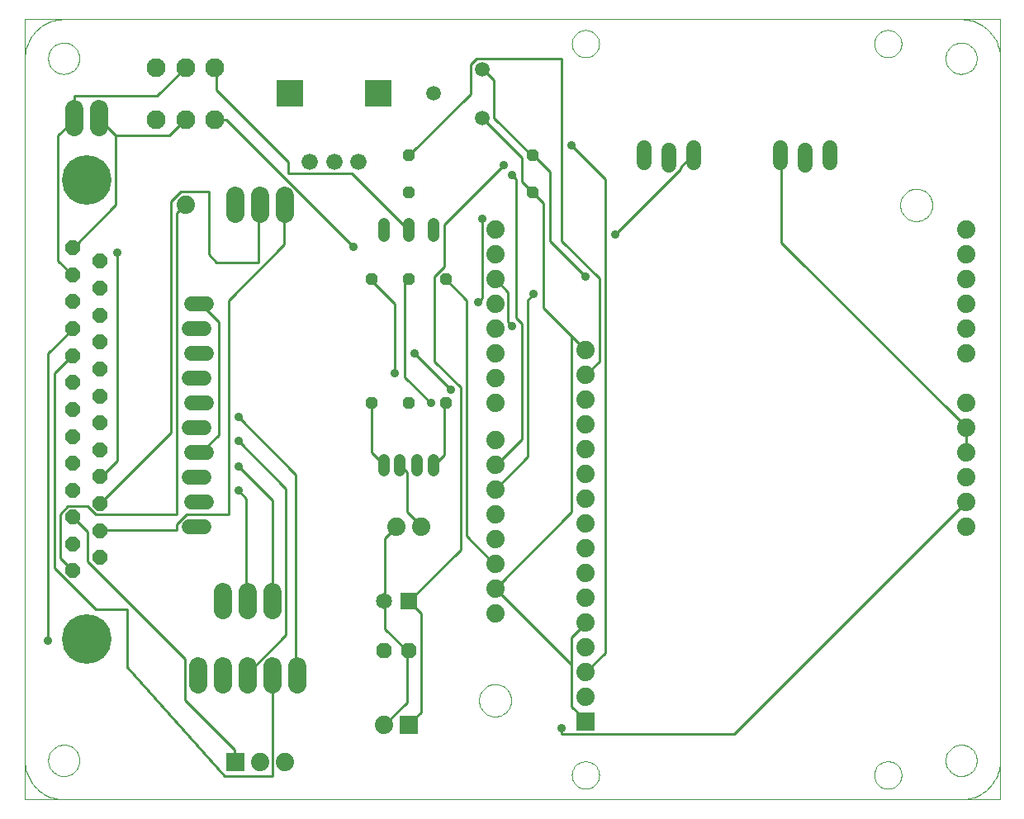
<source format=gtl>
G75*
G70*
%OFA0B0*%
%FSLAX24Y24*%
%IPPOS*%
%LPD*%
%AMOC8*
5,1,8,0,0,1.08239X$1,22.5*
%
%ADD10C,0.0000*%
%ADD11OC8,0.0600*%
%ADD12C,0.2000*%
%ADD13C,0.0600*%
%ADD14C,0.0660*%
%ADD15R,0.1102X0.1102*%
%ADD16R,0.0740X0.0740*%
%ADD17C,0.0740*%
%ADD18C,0.0480*%
%ADD19C,0.0650*%
%ADD20R,0.0650X0.0650*%
%ADD21OC8,0.0630*%
%ADD22OC8,0.0480*%
%ADD23C,0.0450*%
%ADD24C,0.0740*%
%ADD25C,0.0591*%
%ADD26C,0.0768*%
%ADD27C,0.0100*%
%ADD28C,0.0360*%
D10*
X038833Y004752D02*
X038833Y036248D01*
X078203Y036248D01*
X078203Y004752D01*
X038833Y004752D01*
X040423Y004754D02*
X076644Y004754D01*
X040423Y004754D01*
X076644Y004754D01*
X076014Y006329D02*
X076016Y006379D01*
X076022Y006429D01*
X076032Y006478D01*
X076046Y006526D01*
X076063Y006573D01*
X076084Y006618D01*
X076109Y006662D01*
X076137Y006703D01*
X076169Y006742D01*
X076203Y006779D01*
X076240Y006813D01*
X076280Y006843D01*
X076322Y006870D01*
X076366Y006894D01*
X076412Y006915D01*
X076459Y006931D01*
X076507Y006944D01*
X076557Y006953D01*
X076606Y006958D01*
X076657Y006959D01*
X076707Y006956D01*
X076756Y006949D01*
X076805Y006938D01*
X076853Y006923D01*
X076899Y006905D01*
X076944Y006883D01*
X076987Y006857D01*
X077028Y006828D01*
X077067Y006796D01*
X077103Y006761D01*
X077135Y006723D01*
X077165Y006683D01*
X077192Y006640D01*
X077215Y006596D01*
X077234Y006550D01*
X077250Y006502D01*
X077262Y006453D01*
X077270Y006404D01*
X077274Y006354D01*
X077274Y006304D01*
X077270Y006254D01*
X077262Y006205D01*
X077250Y006156D01*
X077234Y006108D01*
X077215Y006062D01*
X077192Y006018D01*
X077165Y005975D01*
X077135Y005935D01*
X077103Y005897D01*
X077067Y005862D01*
X077028Y005830D01*
X076987Y005801D01*
X076944Y005775D01*
X076899Y005753D01*
X076853Y005735D01*
X076805Y005720D01*
X076756Y005709D01*
X076707Y005702D01*
X076657Y005699D01*
X076606Y005700D01*
X076557Y005705D01*
X076507Y005714D01*
X076459Y005727D01*
X076412Y005743D01*
X076366Y005764D01*
X076322Y005788D01*
X076280Y005815D01*
X076240Y005845D01*
X076203Y005879D01*
X076169Y005916D01*
X076137Y005955D01*
X076109Y005996D01*
X076084Y006040D01*
X076063Y006085D01*
X076046Y006132D01*
X076032Y006180D01*
X076022Y006229D01*
X076016Y006279D01*
X076014Y006329D01*
X076644Y004754D02*
X076721Y004756D01*
X076798Y004762D01*
X076875Y004771D01*
X076951Y004784D01*
X077027Y004801D01*
X077101Y004822D01*
X077175Y004846D01*
X077247Y004874D01*
X077317Y004905D01*
X077386Y004940D01*
X077454Y004978D01*
X077519Y005019D01*
X077582Y005064D01*
X077643Y005112D01*
X077702Y005162D01*
X077758Y005215D01*
X077811Y005271D01*
X077861Y005330D01*
X077909Y005391D01*
X077954Y005454D01*
X077995Y005519D01*
X078033Y005587D01*
X078068Y005656D01*
X078099Y005726D01*
X078127Y005798D01*
X078151Y005872D01*
X078172Y005946D01*
X078189Y006022D01*
X078202Y006098D01*
X078211Y006175D01*
X078217Y006252D01*
X078219Y006329D01*
X078218Y006329D02*
X078218Y034676D01*
X078218Y006329D01*
X078218Y034676D01*
X076014Y034676D02*
X076016Y034726D01*
X076022Y034776D01*
X076032Y034825D01*
X076046Y034873D01*
X076063Y034920D01*
X076084Y034965D01*
X076109Y035009D01*
X076137Y035050D01*
X076169Y035089D01*
X076203Y035126D01*
X076240Y035160D01*
X076280Y035190D01*
X076322Y035217D01*
X076366Y035241D01*
X076412Y035262D01*
X076459Y035278D01*
X076507Y035291D01*
X076557Y035300D01*
X076606Y035305D01*
X076657Y035306D01*
X076707Y035303D01*
X076756Y035296D01*
X076805Y035285D01*
X076853Y035270D01*
X076899Y035252D01*
X076944Y035230D01*
X076987Y035204D01*
X077028Y035175D01*
X077067Y035143D01*
X077103Y035108D01*
X077135Y035070D01*
X077165Y035030D01*
X077192Y034987D01*
X077215Y034943D01*
X077234Y034897D01*
X077250Y034849D01*
X077262Y034800D01*
X077270Y034751D01*
X077274Y034701D01*
X077274Y034651D01*
X077270Y034601D01*
X077262Y034552D01*
X077250Y034503D01*
X077234Y034455D01*
X077215Y034409D01*
X077192Y034365D01*
X077165Y034322D01*
X077135Y034282D01*
X077103Y034244D01*
X077067Y034209D01*
X077028Y034177D01*
X076987Y034148D01*
X076944Y034122D01*
X076899Y034100D01*
X076853Y034082D01*
X076805Y034067D01*
X076756Y034056D01*
X076707Y034049D01*
X076657Y034046D01*
X076606Y034047D01*
X076557Y034052D01*
X076507Y034061D01*
X076459Y034074D01*
X076412Y034090D01*
X076366Y034111D01*
X076322Y034135D01*
X076280Y034162D01*
X076240Y034192D01*
X076203Y034226D01*
X076169Y034263D01*
X076137Y034302D01*
X076109Y034343D01*
X076084Y034387D01*
X076063Y034432D01*
X076046Y034479D01*
X076032Y034527D01*
X076022Y034576D01*
X076016Y034626D01*
X076014Y034676D01*
X076644Y036251D02*
X076721Y036249D01*
X076798Y036243D01*
X076875Y036234D01*
X076951Y036221D01*
X077027Y036204D01*
X077101Y036183D01*
X077175Y036159D01*
X077247Y036131D01*
X077317Y036100D01*
X077386Y036065D01*
X077454Y036027D01*
X077519Y035986D01*
X077582Y035941D01*
X077643Y035893D01*
X077702Y035843D01*
X077758Y035790D01*
X077811Y035734D01*
X077861Y035675D01*
X077909Y035614D01*
X077954Y035551D01*
X077995Y035486D01*
X078033Y035418D01*
X078068Y035349D01*
X078099Y035279D01*
X078127Y035207D01*
X078151Y035133D01*
X078172Y035059D01*
X078189Y034983D01*
X078202Y034907D01*
X078211Y034830D01*
X078217Y034753D01*
X078219Y034676D01*
X076014Y034676D02*
X076016Y034726D01*
X076022Y034776D01*
X076032Y034825D01*
X076046Y034873D01*
X076063Y034920D01*
X076084Y034965D01*
X076109Y035009D01*
X076137Y035050D01*
X076169Y035089D01*
X076203Y035126D01*
X076240Y035160D01*
X076280Y035190D01*
X076322Y035217D01*
X076366Y035241D01*
X076412Y035262D01*
X076459Y035278D01*
X076507Y035291D01*
X076557Y035300D01*
X076606Y035305D01*
X076657Y035306D01*
X076707Y035303D01*
X076756Y035296D01*
X076805Y035285D01*
X076853Y035270D01*
X076899Y035252D01*
X076944Y035230D01*
X076987Y035204D01*
X077028Y035175D01*
X077067Y035143D01*
X077103Y035108D01*
X077135Y035070D01*
X077165Y035030D01*
X077192Y034987D01*
X077215Y034943D01*
X077234Y034897D01*
X077250Y034849D01*
X077262Y034800D01*
X077270Y034751D01*
X077274Y034701D01*
X077274Y034651D01*
X077270Y034601D01*
X077262Y034552D01*
X077250Y034503D01*
X077234Y034455D01*
X077215Y034409D01*
X077192Y034365D01*
X077165Y034322D01*
X077135Y034282D01*
X077103Y034244D01*
X077067Y034209D01*
X077028Y034177D01*
X076987Y034148D01*
X076944Y034122D01*
X076899Y034100D01*
X076853Y034082D01*
X076805Y034067D01*
X076756Y034056D01*
X076707Y034049D01*
X076657Y034046D01*
X076606Y034047D01*
X076557Y034052D01*
X076507Y034061D01*
X076459Y034074D01*
X076412Y034090D01*
X076366Y034111D01*
X076322Y034135D01*
X076280Y034162D01*
X076240Y034192D01*
X076203Y034226D01*
X076169Y034263D01*
X076137Y034302D01*
X076109Y034343D01*
X076084Y034387D01*
X076063Y034432D01*
X076046Y034479D01*
X076032Y034527D01*
X076022Y034576D01*
X076016Y034626D01*
X076014Y034676D01*
X076644Y036251D02*
X076721Y036249D01*
X076798Y036243D01*
X076875Y036234D01*
X076951Y036221D01*
X077027Y036204D01*
X077101Y036183D01*
X077175Y036159D01*
X077247Y036131D01*
X077317Y036100D01*
X077386Y036065D01*
X077454Y036027D01*
X077519Y035986D01*
X077582Y035941D01*
X077643Y035893D01*
X077702Y035843D01*
X077758Y035790D01*
X077811Y035734D01*
X077861Y035675D01*
X077909Y035614D01*
X077954Y035551D01*
X077995Y035486D01*
X078033Y035418D01*
X078068Y035349D01*
X078099Y035279D01*
X078127Y035207D01*
X078151Y035133D01*
X078172Y035059D01*
X078189Y034983D01*
X078202Y034907D01*
X078211Y034830D01*
X078217Y034753D01*
X078219Y034676D01*
X076014Y034676D02*
X076016Y034726D01*
X076022Y034776D01*
X076032Y034825D01*
X076046Y034873D01*
X076063Y034920D01*
X076084Y034965D01*
X076109Y035009D01*
X076137Y035050D01*
X076169Y035089D01*
X076203Y035126D01*
X076240Y035160D01*
X076280Y035190D01*
X076322Y035217D01*
X076366Y035241D01*
X076412Y035262D01*
X076459Y035278D01*
X076507Y035291D01*
X076557Y035300D01*
X076606Y035305D01*
X076657Y035306D01*
X076707Y035303D01*
X076756Y035296D01*
X076805Y035285D01*
X076853Y035270D01*
X076899Y035252D01*
X076944Y035230D01*
X076987Y035204D01*
X077028Y035175D01*
X077067Y035143D01*
X077103Y035108D01*
X077135Y035070D01*
X077165Y035030D01*
X077192Y034987D01*
X077215Y034943D01*
X077234Y034897D01*
X077250Y034849D01*
X077262Y034800D01*
X077270Y034751D01*
X077274Y034701D01*
X077274Y034651D01*
X077270Y034601D01*
X077262Y034552D01*
X077250Y034503D01*
X077234Y034455D01*
X077215Y034409D01*
X077192Y034365D01*
X077165Y034322D01*
X077135Y034282D01*
X077103Y034244D01*
X077067Y034209D01*
X077028Y034177D01*
X076987Y034148D01*
X076944Y034122D01*
X076899Y034100D01*
X076853Y034082D01*
X076805Y034067D01*
X076756Y034056D01*
X076707Y034049D01*
X076657Y034046D01*
X076606Y034047D01*
X076557Y034052D01*
X076507Y034061D01*
X076459Y034074D01*
X076412Y034090D01*
X076366Y034111D01*
X076322Y034135D01*
X076280Y034162D01*
X076240Y034192D01*
X076203Y034226D01*
X076169Y034263D01*
X076137Y034302D01*
X076109Y034343D01*
X076084Y034387D01*
X076063Y034432D01*
X076046Y034479D01*
X076032Y034527D01*
X076022Y034576D01*
X076016Y034626D01*
X076014Y034676D01*
X076644Y036251D02*
X076721Y036249D01*
X076798Y036243D01*
X076875Y036234D01*
X076951Y036221D01*
X077027Y036204D01*
X077101Y036183D01*
X077175Y036159D01*
X077247Y036131D01*
X077317Y036100D01*
X077386Y036065D01*
X077454Y036027D01*
X077519Y035986D01*
X077582Y035941D01*
X077643Y035893D01*
X077702Y035843D01*
X077758Y035790D01*
X077811Y035734D01*
X077861Y035675D01*
X077909Y035614D01*
X077954Y035551D01*
X077995Y035486D01*
X078033Y035418D01*
X078068Y035349D01*
X078099Y035279D01*
X078127Y035207D01*
X078151Y035133D01*
X078172Y035059D01*
X078189Y034983D01*
X078202Y034907D01*
X078211Y034830D01*
X078217Y034753D01*
X078219Y034676D01*
X076644Y036250D02*
X040423Y036250D01*
X076644Y036250D01*
X040423Y036250D01*
X039793Y034676D02*
X039795Y034726D01*
X039801Y034776D01*
X039811Y034825D01*
X039825Y034873D01*
X039842Y034920D01*
X039863Y034965D01*
X039888Y035009D01*
X039916Y035050D01*
X039948Y035089D01*
X039982Y035126D01*
X040019Y035160D01*
X040059Y035190D01*
X040101Y035217D01*
X040145Y035241D01*
X040191Y035262D01*
X040238Y035278D01*
X040286Y035291D01*
X040336Y035300D01*
X040385Y035305D01*
X040436Y035306D01*
X040486Y035303D01*
X040535Y035296D01*
X040584Y035285D01*
X040632Y035270D01*
X040678Y035252D01*
X040723Y035230D01*
X040766Y035204D01*
X040807Y035175D01*
X040846Y035143D01*
X040882Y035108D01*
X040914Y035070D01*
X040944Y035030D01*
X040971Y034987D01*
X040994Y034943D01*
X041013Y034897D01*
X041029Y034849D01*
X041041Y034800D01*
X041049Y034751D01*
X041053Y034701D01*
X041053Y034651D01*
X041049Y034601D01*
X041041Y034552D01*
X041029Y034503D01*
X041013Y034455D01*
X040994Y034409D01*
X040971Y034365D01*
X040944Y034322D01*
X040914Y034282D01*
X040882Y034244D01*
X040846Y034209D01*
X040807Y034177D01*
X040766Y034148D01*
X040723Y034122D01*
X040678Y034100D01*
X040632Y034082D01*
X040584Y034067D01*
X040535Y034056D01*
X040486Y034049D01*
X040436Y034046D01*
X040385Y034047D01*
X040336Y034052D01*
X040286Y034061D01*
X040238Y034074D01*
X040191Y034090D01*
X040145Y034111D01*
X040101Y034135D01*
X040059Y034162D01*
X040019Y034192D01*
X039982Y034226D01*
X039948Y034263D01*
X039916Y034302D01*
X039888Y034343D01*
X039863Y034387D01*
X039842Y034432D01*
X039825Y034479D01*
X039811Y034527D01*
X039801Y034576D01*
X039795Y034626D01*
X039793Y034676D01*
X038848Y034676D02*
X038850Y034753D01*
X038856Y034830D01*
X038865Y034907D01*
X038878Y034983D01*
X038895Y035059D01*
X038916Y035133D01*
X038940Y035207D01*
X038968Y035279D01*
X038999Y035349D01*
X039034Y035418D01*
X039072Y035486D01*
X039113Y035551D01*
X039158Y035614D01*
X039206Y035675D01*
X039256Y035734D01*
X039309Y035790D01*
X039365Y035843D01*
X039424Y035893D01*
X039485Y035941D01*
X039548Y035986D01*
X039613Y036027D01*
X039681Y036065D01*
X039750Y036100D01*
X039820Y036131D01*
X039892Y036159D01*
X039966Y036183D01*
X040040Y036204D01*
X040116Y036221D01*
X040192Y036234D01*
X040269Y036243D01*
X040346Y036249D01*
X040423Y036251D01*
X039793Y034676D02*
X039795Y034726D01*
X039801Y034776D01*
X039811Y034825D01*
X039825Y034873D01*
X039842Y034920D01*
X039863Y034965D01*
X039888Y035009D01*
X039916Y035050D01*
X039948Y035089D01*
X039982Y035126D01*
X040019Y035160D01*
X040059Y035190D01*
X040101Y035217D01*
X040145Y035241D01*
X040191Y035262D01*
X040238Y035278D01*
X040286Y035291D01*
X040336Y035300D01*
X040385Y035305D01*
X040436Y035306D01*
X040486Y035303D01*
X040535Y035296D01*
X040584Y035285D01*
X040632Y035270D01*
X040678Y035252D01*
X040723Y035230D01*
X040766Y035204D01*
X040807Y035175D01*
X040846Y035143D01*
X040882Y035108D01*
X040914Y035070D01*
X040944Y035030D01*
X040971Y034987D01*
X040994Y034943D01*
X041013Y034897D01*
X041029Y034849D01*
X041041Y034800D01*
X041049Y034751D01*
X041053Y034701D01*
X041053Y034651D01*
X041049Y034601D01*
X041041Y034552D01*
X041029Y034503D01*
X041013Y034455D01*
X040994Y034409D01*
X040971Y034365D01*
X040944Y034322D01*
X040914Y034282D01*
X040882Y034244D01*
X040846Y034209D01*
X040807Y034177D01*
X040766Y034148D01*
X040723Y034122D01*
X040678Y034100D01*
X040632Y034082D01*
X040584Y034067D01*
X040535Y034056D01*
X040486Y034049D01*
X040436Y034046D01*
X040385Y034047D01*
X040336Y034052D01*
X040286Y034061D01*
X040238Y034074D01*
X040191Y034090D01*
X040145Y034111D01*
X040101Y034135D01*
X040059Y034162D01*
X040019Y034192D01*
X039982Y034226D01*
X039948Y034263D01*
X039916Y034302D01*
X039888Y034343D01*
X039863Y034387D01*
X039842Y034432D01*
X039825Y034479D01*
X039811Y034527D01*
X039801Y034576D01*
X039795Y034626D01*
X039793Y034676D01*
X038848Y034676D02*
X038850Y034753D01*
X038856Y034830D01*
X038865Y034907D01*
X038878Y034983D01*
X038895Y035059D01*
X038916Y035133D01*
X038940Y035207D01*
X038968Y035279D01*
X038999Y035349D01*
X039034Y035418D01*
X039072Y035486D01*
X039113Y035551D01*
X039158Y035614D01*
X039206Y035675D01*
X039256Y035734D01*
X039309Y035790D01*
X039365Y035843D01*
X039424Y035893D01*
X039485Y035941D01*
X039548Y035986D01*
X039613Y036027D01*
X039681Y036065D01*
X039750Y036100D01*
X039820Y036131D01*
X039892Y036159D01*
X039966Y036183D01*
X040040Y036204D01*
X040116Y036221D01*
X040192Y036234D01*
X040269Y036243D01*
X040346Y036249D01*
X040423Y036251D01*
X039793Y034676D02*
X039795Y034726D01*
X039801Y034776D01*
X039811Y034825D01*
X039825Y034873D01*
X039842Y034920D01*
X039863Y034965D01*
X039888Y035009D01*
X039916Y035050D01*
X039948Y035089D01*
X039982Y035126D01*
X040019Y035160D01*
X040059Y035190D01*
X040101Y035217D01*
X040145Y035241D01*
X040191Y035262D01*
X040238Y035278D01*
X040286Y035291D01*
X040336Y035300D01*
X040385Y035305D01*
X040436Y035306D01*
X040486Y035303D01*
X040535Y035296D01*
X040584Y035285D01*
X040632Y035270D01*
X040678Y035252D01*
X040723Y035230D01*
X040766Y035204D01*
X040807Y035175D01*
X040846Y035143D01*
X040882Y035108D01*
X040914Y035070D01*
X040944Y035030D01*
X040971Y034987D01*
X040994Y034943D01*
X041013Y034897D01*
X041029Y034849D01*
X041041Y034800D01*
X041049Y034751D01*
X041053Y034701D01*
X041053Y034651D01*
X041049Y034601D01*
X041041Y034552D01*
X041029Y034503D01*
X041013Y034455D01*
X040994Y034409D01*
X040971Y034365D01*
X040944Y034322D01*
X040914Y034282D01*
X040882Y034244D01*
X040846Y034209D01*
X040807Y034177D01*
X040766Y034148D01*
X040723Y034122D01*
X040678Y034100D01*
X040632Y034082D01*
X040584Y034067D01*
X040535Y034056D01*
X040486Y034049D01*
X040436Y034046D01*
X040385Y034047D01*
X040336Y034052D01*
X040286Y034061D01*
X040238Y034074D01*
X040191Y034090D01*
X040145Y034111D01*
X040101Y034135D01*
X040059Y034162D01*
X040019Y034192D01*
X039982Y034226D01*
X039948Y034263D01*
X039916Y034302D01*
X039888Y034343D01*
X039863Y034387D01*
X039842Y034432D01*
X039825Y034479D01*
X039811Y034527D01*
X039801Y034576D01*
X039795Y034626D01*
X039793Y034676D01*
X038848Y034676D02*
X038850Y034753D01*
X038856Y034830D01*
X038865Y034907D01*
X038878Y034983D01*
X038895Y035059D01*
X038916Y035133D01*
X038940Y035207D01*
X038968Y035279D01*
X038999Y035349D01*
X039034Y035418D01*
X039072Y035486D01*
X039113Y035551D01*
X039158Y035614D01*
X039206Y035675D01*
X039256Y035734D01*
X039309Y035790D01*
X039365Y035843D01*
X039424Y035893D01*
X039485Y035941D01*
X039548Y035986D01*
X039613Y036027D01*
X039681Y036065D01*
X039750Y036100D01*
X039820Y036131D01*
X039892Y036159D01*
X039966Y036183D01*
X040040Y036204D01*
X040116Y036221D01*
X040192Y036234D01*
X040269Y036243D01*
X040346Y036249D01*
X040423Y036251D01*
X038848Y034676D02*
X038848Y006329D01*
X038848Y034676D01*
X038848Y006329D01*
X039793Y006329D02*
X039795Y006379D01*
X039801Y006429D01*
X039811Y006478D01*
X039825Y006526D01*
X039842Y006573D01*
X039863Y006618D01*
X039888Y006662D01*
X039916Y006703D01*
X039948Y006742D01*
X039982Y006779D01*
X040019Y006813D01*
X040059Y006843D01*
X040101Y006870D01*
X040145Y006894D01*
X040191Y006915D01*
X040238Y006931D01*
X040286Y006944D01*
X040336Y006953D01*
X040385Y006958D01*
X040436Y006959D01*
X040486Y006956D01*
X040535Y006949D01*
X040584Y006938D01*
X040632Y006923D01*
X040678Y006905D01*
X040723Y006883D01*
X040766Y006857D01*
X040807Y006828D01*
X040846Y006796D01*
X040882Y006761D01*
X040914Y006723D01*
X040944Y006683D01*
X040971Y006640D01*
X040994Y006596D01*
X041013Y006550D01*
X041029Y006502D01*
X041041Y006453D01*
X041049Y006404D01*
X041053Y006354D01*
X041053Y006304D01*
X041049Y006254D01*
X041041Y006205D01*
X041029Y006156D01*
X041013Y006108D01*
X040994Y006062D01*
X040971Y006018D01*
X040944Y005975D01*
X040914Y005935D01*
X040882Y005897D01*
X040846Y005862D01*
X040807Y005830D01*
X040766Y005801D01*
X040723Y005775D01*
X040678Y005753D01*
X040632Y005735D01*
X040584Y005720D01*
X040535Y005709D01*
X040486Y005702D01*
X040436Y005699D01*
X040385Y005700D01*
X040336Y005705D01*
X040286Y005714D01*
X040238Y005727D01*
X040191Y005743D01*
X040145Y005764D01*
X040101Y005788D01*
X040059Y005815D01*
X040019Y005845D01*
X039982Y005879D01*
X039948Y005916D01*
X039916Y005955D01*
X039888Y005996D01*
X039863Y006040D01*
X039842Y006085D01*
X039825Y006132D01*
X039811Y006180D01*
X039801Y006229D01*
X039795Y006279D01*
X039793Y006329D01*
X038848Y006329D02*
X038850Y006252D01*
X038856Y006175D01*
X038865Y006098D01*
X038878Y006022D01*
X038895Y005946D01*
X038916Y005872D01*
X038940Y005798D01*
X038968Y005726D01*
X038999Y005656D01*
X039034Y005587D01*
X039072Y005519D01*
X039113Y005454D01*
X039158Y005391D01*
X039206Y005330D01*
X039256Y005271D01*
X039309Y005215D01*
X039365Y005162D01*
X039424Y005112D01*
X039485Y005064D01*
X039548Y005019D01*
X039613Y004978D01*
X039681Y004940D01*
X039750Y004905D01*
X039820Y004874D01*
X039892Y004846D01*
X039966Y004822D01*
X040040Y004801D01*
X040116Y004784D01*
X040192Y004771D01*
X040269Y004762D01*
X040346Y004756D01*
X040423Y004754D01*
X039793Y006329D02*
X039795Y006379D01*
X039801Y006429D01*
X039811Y006478D01*
X039825Y006526D01*
X039842Y006573D01*
X039863Y006618D01*
X039888Y006662D01*
X039916Y006703D01*
X039948Y006742D01*
X039982Y006779D01*
X040019Y006813D01*
X040059Y006843D01*
X040101Y006870D01*
X040145Y006894D01*
X040191Y006915D01*
X040238Y006931D01*
X040286Y006944D01*
X040336Y006953D01*
X040385Y006958D01*
X040436Y006959D01*
X040486Y006956D01*
X040535Y006949D01*
X040584Y006938D01*
X040632Y006923D01*
X040678Y006905D01*
X040723Y006883D01*
X040766Y006857D01*
X040807Y006828D01*
X040846Y006796D01*
X040882Y006761D01*
X040914Y006723D01*
X040944Y006683D01*
X040971Y006640D01*
X040994Y006596D01*
X041013Y006550D01*
X041029Y006502D01*
X041041Y006453D01*
X041049Y006404D01*
X041053Y006354D01*
X041053Y006304D01*
X041049Y006254D01*
X041041Y006205D01*
X041029Y006156D01*
X041013Y006108D01*
X040994Y006062D01*
X040971Y006018D01*
X040944Y005975D01*
X040914Y005935D01*
X040882Y005897D01*
X040846Y005862D01*
X040807Y005830D01*
X040766Y005801D01*
X040723Y005775D01*
X040678Y005753D01*
X040632Y005735D01*
X040584Y005720D01*
X040535Y005709D01*
X040486Y005702D01*
X040436Y005699D01*
X040385Y005700D01*
X040336Y005705D01*
X040286Y005714D01*
X040238Y005727D01*
X040191Y005743D01*
X040145Y005764D01*
X040101Y005788D01*
X040059Y005815D01*
X040019Y005845D01*
X039982Y005879D01*
X039948Y005916D01*
X039916Y005955D01*
X039888Y005996D01*
X039863Y006040D01*
X039842Y006085D01*
X039825Y006132D01*
X039811Y006180D01*
X039801Y006229D01*
X039795Y006279D01*
X039793Y006329D01*
X038848Y006329D02*
X038850Y006252D01*
X038856Y006175D01*
X038865Y006098D01*
X038878Y006022D01*
X038895Y005946D01*
X038916Y005872D01*
X038940Y005798D01*
X038968Y005726D01*
X038999Y005656D01*
X039034Y005587D01*
X039072Y005519D01*
X039113Y005454D01*
X039158Y005391D01*
X039206Y005330D01*
X039256Y005271D01*
X039309Y005215D01*
X039365Y005162D01*
X039424Y005112D01*
X039485Y005064D01*
X039548Y005019D01*
X039613Y004978D01*
X039681Y004940D01*
X039750Y004905D01*
X039820Y004874D01*
X039892Y004846D01*
X039966Y004822D01*
X040040Y004801D01*
X040116Y004784D01*
X040192Y004771D01*
X040269Y004762D01*
X040346Y004756D01*
X040423Y004754D01*
X039793Y006329D02*
X039795Y006379D01*
X039801Y006429D01*
X039811Y006478D01*
X039825Y006526D01*
X039842Y006573D01*
X039863Y006618D01*
X039888Y006662D01*
X039916Y006703D01*
X039948Y006742D01*
X039982Y006779D01*
X040019Y006813D01*
X040059Y006843D01*
X040101Y006870D01*
X040145Y006894D01*
X040191Y006915D01*
X040238Y006931D01*
X040286Y006944D01*
X040336Y006953D01*
X040385Y006958D01*
X040436Y006959D01*
X040486Y006956D01*
X040535Y006949D01*
X040584Y006938D01*
X040632Y006923D01*
X040678Y006905D01*
X040723Y006883D01*
X040766Y006857D01*
X040807Y006828D01*
X040846Y006796D01*
X040882Y006761D01*
X040914Y006723D01*
X040944Y006683D01*
X040971Y006640D01*
X040994Y006596D01*
X041013Y006550D01*
X041029Y006502D01*
X041041Y006453D01*
X041049Y006404D01*
X041053Y006354D01*
X041053Y006304D01*
X041049Y006254D01*
X041041Y006205D01*
X041029Y006156D01*
X041013Y006108D01*
X040994Y006062D01*
X040971Y006018D01*
X040944Y005975D01*
X040914Y005935D01*
X040882Y005897D01*
X040846Y005862D01*
X040807Y005830D01*
X040766Y005801D01*
X040723Y005775D01*
X040678Y005753D01*
X040632Y005735D01*
X040584Y005720D01*
X040535Y005709D01*
X040486Y005702D01*
X040436Y005699D01*
X040385Y005700D01*
X040336Y005705D01*
X040286Y005714D01*
X040238Y005727D01*
X040191Y005743D01*
X040145Y005764D01*
X040101Y005788D01*
X040059Y005815D01*
X040019Y005845D01*
X039982Y005879D01*
X039948Y005916D01*
X039916Y005955D01*
X039888Y005996D01*
X039863Y006040D01*
X039842Y006085D01*
X039825Y006132D01*
X039811Y006180D01*
X039801Y006229D01*
X039795Y006279D01*
X039793Y006329D01*
X038848Y006329D02*
X038850Y006252D01*
X038856Y006175D01*
X038865Y006098D01*
X038878Y006022D01*
X038895Y005946D01*
X038916Y005872D01*
X038940Y005798D01*
X038968Y005726D01*
X038999Y005656D01*
X039034Y005587D01*
X039072Y005519D01*
X039113Y005454D01*
X039158Y005391D01*
X039206Y005330D01*
X039256Y005271D01*
X039309Y005215D01*
X039365Y005162D01*
X039424Y005112D01*
X039485Y005064D01*
X039548Y005019D01*
X039613Y004978D01*
X039681Y004940D01*
X039750Y004905D01*
X039820Y004874D01*
X039892Y004846D01*
X039966Y004822D01*
X040040Y004801D01*
X040116Y004784D01*
X040192Y004771D01*
X040269Y004762D01*
X040346Y004756D01*
X040423Y004754D01*
X057183Y008752D02*
X057185Y008802D01*
X057191Y008852D01*
X057201Y008902D01*
X057214Y008950D01*
X057231Y008998D01*
X057252Y009044D01*
X057276Y009088D01*
X057304Y009130D01*
X057335Y009170D01*
X057369Y009207D01*
X057406Y009242D01*
X057445Y009273D01*
X057486Y009302D01*
X057530Y009327D01*
X057576Y009349D01*
X057623Y009367D01*
X057671Y009381D01*
X057720Y009392D01*
X057770Y009399D01*
X057820Y009402D01*
X057871Y009401D01*
X057921Y009396D01*
X057971Y009387D01*
X058019Y009375D01*
X058067Y009358D01*
X058113Y009338D01*
X058158Y009315D01*
X058201Y009288D01*
X058241Y009258D01*
X058279Y009225D01*
X058314Y009189D01*
X058347Y009150D01*
X058376Y009109D01*
X058402Y009066D01*
X058425Y009021D01*
X058444Y008974D01*
X058459Y008926D01*
X058471Y008877D01*
X058479Y008827D01*
X058483Y008777D01*
X058483Y008727D01*
X058479Y008677D01*
X058471Y008627D01*
X058459Y008578D01*
X058444Y008530D01*
X058425Y008483D01*
X058402Y008438D01*
X058376Y008395D01*
X058347Y008354D01*
X058314Y008315D01*
X058279Y008279D01*
X058241Y008246D01*
X058201Y008216D01*
X058158Y008189D01*
X058113Y008166D01*
X058067Y008146D01*
X058019Y008129D01*
X057971Y008117D01*
X057921Y008108D01*
X057871Y008103D01*
X057820Y008102D01*
X057770Y008105D01*
X057720Y008112D01*
X057671Y008123D01*
X057623Y008137D01*
X057576Y008155D01*
X057530Y008177D01*
X057486Y008202D01*
X057445Y008231D01*
X057406Y008262D01*
X057369Y008297D01*
X057335Y008334D01*
X057304Y008374D01*
X057276Y008416D01*
X057252Y008460D01*
X057231Y008506D01*
X057214Y008554D01*
X057201Y008602D01*
X057191Y008652D01*
X057185Y008702D01*
X057183Y008752D01*
X060930Y005739D02*
X060932Y005786D01*
X060938Y005832D01*
X060948Y005878D01*
X060961Y005923D01*
X060979Y005966D01*
X061000Y006008D01*
X061024Y006048D01*
X061052Y006085D01*
X061083Y006120D01*
X061117Y006153D01*
X061153Y006182D01*
X061192Y006208D01*
X061233Y006231D01*
X061276Y006250D01*
X061320Y006266D01*
X061365Y006278D01*
X061411Y006286D01*
X061458Y006290D01*
X061504Y006290D01*
X061551Y006286D01*
X061597Y006278D01*
X061642Y006266D01*
X061686Y006250D01*
X061729Y006231D01*
X061770Y006208D01*
X061809Y006182D01*
X061845Y006153D01*
X061879Y006120D01*
X061910Y006085D01*
X061938Y006048D01*
X061962Y006008D01*
X061983Y005966D01*
X062001Y005923D01*
X062014Y005878D01*
X062024Y005832D01*
X062030Y005786D01*
X062032Y005739D01*
X062030Y005692D01*
X062024Y005646D01*
X062014Y005600D01*
X062001Y005555D01*
X061983Y005512D01*
X061962Y005470D01*
X061938Y005430D01*
X061910Y005393D01*
X061879Y005358D01*
X061845Y005325D01*
X061809Y005296D01*
X061770Y005270D01*
X061729Y005247D01*
X061686Y005228D01*
X061642Y005212D01*
X061597Y005200D01*
X061551Y005192D01*
X061504Y005188D01*
X061458Y005188D01*
X061411Y005192D01*
X061365Y005200D01*
X061320Y005212D01*
X061276Y005228D01*
X061233Y005247D01*
X061192Y005270D01*
X061153Y005296D01*
X061117Y005325D01*
X061083Y005358D01*
X061052Y005393D01*
X061024Y005430D01*
X061000Y005470D01*
X060979Y005512D01*
X060961Y005555D01*
X060948Y005600D01*
X060938Y005646D01*
X060932Y005692D01*
X060930Y005739D01*
X073135Y005739D02*
X073137Y005786D01*
X073143Y005832D01*
X073153Y005878D01*
X073166Y005923D01*
X073184Y005966D01*
X073205Y006008D01*
X073229Y006048D01*
X073257Y006085D01*
X073288Y006120D01*
X073322Y006153D01*
X073358Y006182D01*
X073397Y006208D01*
X073438Y006231D01*
X073481Y006250D01*
X073525Y006266D01*
X073570Y006278D01*
X073616Y006286D01*
X073663Y006290D01*
X073709Y006290D01*
X073756Y006286D01*
X073802Y006278D01*
X073847Y006266D01*
X073891Y006250D01*
X073934Y006231D01*
X073975Y006208D01*
X074014Y006182D01*
X074050Y006153D01*
X074084Y006120D01*
X074115Y006085D01*
X074143Y006048D01*
X074167Y006008D01*
X074188Y005966D01*
X074206Y005923D01*
X074219Y005878D01*
X074229Y005832D01*
X074235Y005786D01*
X074237Y005739D01*
X074235Y005692D01*
X074229Y005646D01*
X074219Y005600D01*
X074206Y005555D01*
X074188Y005512D01*
X074167Y005470D01*
X074143Y005430D01*
X074115Y005393D01*
X074084Y005358D01*
X074050Y005325D01*
X074014Y005296D01*
X073975Y005270D01*
X073934Y005247D01*
X073891Y005228D01*
X073847Y005212D01*
X073802Y005200D01*
X073756Y005192D01*
X073709Y005188D01*
X073663Y005188D01*
X073616Y005192D01*
X073570Y005200D01*
X073525Y005212D01*
X073481Y005228D01*
X073438Y005247D01*
X073397Y005270D01*
X073358Y005296D01*
X073322Y005325D01*
X073288Y005358D01*
X073257Y005393D01*
X073229Y005430D01*
X073205Y005470D01*
X073184Y005512D01*
X073166Y005555D01*
X073153Y005600D01*
X073143Y005646D01*
X073137Y005692D01*
X073135Y005739D01*
X076014Y006329D02*
X076016Y006379D01*
X076022Y006429D01*
X076032Y006478D01*
X076046Y006526D01*
X076063Y006573D01*
X076084Y006618D01*
X076109Y006662D01*
X076137Y006703D01*
X076169Y006742D01*
X076203Y006779D01*
X076240Y006813D01*
X076280Y006843D01*
X076322Y006870D01*
X076366Y006894D01*
X076412Y006915D01*
X076459Y006931D01*
X076507Y006944D01*
X076557Y006953D01*
X076606Y006958D01*
X076657Y006959D01*
X076707Y006956D01*
X076756Y006949D01*
X076805Y006938D01*
X076853Y006923D01*
X076899Y006905D01*
X076944Y006883D01*
X076987Y006857D01*
X077028Y006828D01*
X077067Y006796D01*
X077103Y006761D01*
X077135Y006723D01*
X077165Y006683D01*
X077192Y006640D01*
X077215Y006596D01*
X077234Y006550D01*
X077250Y006502D01*
X077262Y006453D01*
X077270Y006404D01*
X077274Y006354D01*
X077274Y006304D01*
X077270Y006254D01*
X077262Y006205D01*
X077250Y006156D01*
X077234Y006108D01*
X077215Y006062D01*
X077192Y006018D01*
X077165Y005975D01*
X077135Y005935D01*
X077103Y005897D01*
X077067Y005862D01*
X077028Y005830D01*
X076987Y005801D01*
X076944Y005775D01*
X076899Y005753D01*
X076853Y005735D01*
X076805Y005720D01*
X076756Y005709D01*
X076707Y005702D01*
X076657Y005699D01*
X076606Y005700D01*
X076557Y005705D01*
X076507Y005714D01*
X076459Y005727D01*
X076412Y005743D01*
X076366Y005764D01*
X076322Y005788D01*
X076280Y005815D01*
X076240Y005845D01*
X076203Y005879D01*
X076169Y005916D01*
X076137Y005955D01*
X076109Y005996D01*
X076084Y006040D01*
X076063Y006085D01*
X076046Y006132D01*
X076032Y006180D01*
X076022Y006229D01*
X076016Y006279D01*
X076014Y006329D01*
X076644Y004754D02*
X076721Y004756D01*
X076798Y004762D01*
X076875Y004771D01*
X076951Y004784D01*
X077027Y004801D01*
X077101Y004822D01*
X077175Y004846D01*
X077247Y004874D01*
X077317Y004905D01*
X077386Y004940D01*
X077454Y004978D01*
X077519Y005019D01*
X077582Y005064D01*
X077643Y005112D01*
X077702Y005162D01*
X077758Y005215D01*
X077811Y005271D01*
X077861Y005330D01*
X077909Y005391D01*
X077954Y005454D01*
X077995Y005519D01*
X078033Y005587D01*
X078068Y005656D01*
X078099Y005726D01*
X078127Y005798D01*
X078151Y005872D01*
X078172Y005946D01*
X078189Y006022D01*
X078202Y006098D01*
X078211Y006175D01*
X078217Y006252D01*
X078219Y006329D01*
X076014Y006329D02*
X076016Y006379D01*
X076022Y006429D01*
X076032Y006478D01*
X076046Y006526D01*
X076063Y006573D01*
X076084Y006618D01*
X076109Y006662D01*
X076137Y006703D01*
X076169Y006742D01*
X076203Y006779D01*
X076240Y006813D01*
X076280Y006843D01*
X076322Y006870D01*
X076366Y006894D01*
X076412Y006915D01*
X076459Y006931D01*
X076507Y006944D01*
X076557Y006953D01*
X076606Y006958D01*
X076657Y006959D01*
X076707Y006956D01*
X076756Y006949D01*
X076805Y006938D01*
X076853Y006923D01*
X076899Y006905D01*
X076944Y006883D01*
X076987Y006857D01*
X077028Y006828D01*
X077067Y006796D01*
X077103Y006761D01*
X077135Y006723D01*
X077165Y006683D01*
X077192Y006640D01*
X077215Y006596D01*
X077234Y006550D01*
X077250Y006502D01*
X077262Y006453D01*
X077270Y006404D01*
X077274Y006354D01*
X077274Y006304D01*
X077270Y006254D01*
X077262Y006205D01*
X077250Y006156D01*
X077234Y006108D01*
X077215Y006062D01*
X077192Y006018D01*
X077165Y005975D01*
X077135Y005935D01*
X077103Y005897D01*
X077067Y005862D01*
X077028Y005830D01*
X076987Y005801D01*
X076944Y005775D01*
X076899Y005753D01*
X076853Y005735D01*
X076805Y005720D01*
X076756Y005709D01*
X076707Y005702D01*
X076657Y005699D01*
X076606Y005700D01*
X076557Y005705D01*
X076507Y005714D01*
X076459Y005727D01*
X076412Y005743D01*
X076366Y005764D01*
X076322Y005788D01*
X076280Y005815D01*
X076240Y005845D01*
X076203Y005879D01*
X076169Y005916D01*
X076137Y005955D01*
X076109Y005996D01*
X076084Y006040D01*
X076063Y006085D01*
X076046Y006132D01*
X076032Y006180D01*
X076022Y006229D01*
X076016Y006279D01*
X076014Y006329D01*
X076644Y004754D02*
X076721Y004756D01*
X076798Y004762D01*
X076875Y004771D01*
X076951Y004784D01*
X077027Y004801D01*
X077101Y004822D01*
X077175Y004846D01*
X077247Y004874D01*
X077317Y004905D01*
X077386Y004940D01*
X077454Y004978D01*
X077519Y005019D01*
X077582Y005064D01*
X077643Y005112D01*
X077702Y005162D01*
X077758Y005215D01*
X077811Y005271D01*
X077861Y005330D01*
X077909Y005391D01*
X077954Y005454D01*
X077995Y005519D01*
X078033Y005587D01*
X078068Y005656D01*
X078099Y005726D01*
X078127Y005798D01*
X078151Y005872D01*
X078172Y005946D01*
X078189Y006022D01*
X078202Y006098D01*
X078211Y006175D01*
X078217Y006252D01*
X078219Y006329D01*
X074183Y028752D02*
X074185Y028802D01*
X074191Y028852D01*
X074201Y028902D01*
X074214Y028950D01*
X074231Y028998D01*
X074252Y029044D01*
X074276Y029088D01*
X074304Y029130D01*
X074335Y029170D01*
X074369Y029207D01*
X074406Y029242D01*
X074445Y029273D01*
X074486Y029302D01*
X074530Y029327D01*
X074576Y029349D01*
X074623Y029367D01*
X074671Y029381D01*
X074720Y029392D01*
X074770Y029399D01*
X074820Y029402D01*
X074871Y029401D01*
X074921Y029396D01*
X074971Y029387D01*
X075019Y029375D01*
X075067Y029358D01*
X075113Y029338D01*
X075158Y029315D01*
X075201Y029288D01*
X075241Y029258D01*
X075279Y029225D01*
X075314Y029189D01*
X075347Y029150D01*
X075376Y029109D01*
X075402Y029066D01*
X075425Y029021D01*
X075444Y028974D01*
X075459Y028926D01*
X075471Y028877D01*
X075479Y028827D01*
X075483Y028777D01*
X075483Y028727D01*
X075479Y028677D01*
X075471Y028627D01*
X075459Y028578D01*
X075444Y028530D01*
X075425Y028483D01*
X075402Y028438D01*
X075376Y028395D01*
X075347Y028354D01*
X075314Y028315D01*
X075279Y028279D01*
X075241Y028246D01*
X075201Y028216D01*
X075158Y028189D01*
X075113Y028166D01*
X075067Y028146D01*
X075019Y028129D01*
X074971Y028117D01*
X074921Y028108D01*
X074871Y028103D01*
X074820Y028102D01*
X074770Y028105D01*
X074720Y028112D01*
X074671Y028123D01*
X074623Y028137D01*
X074576Y028155D01*
X074530Y028177D01*
X074486Y028202D01*
X074445Y028231D01*
X074406Y028262D01*
X074369Y028297D01*
X074335Y028334D01*
X074304Y028374D01*
X074276Y028416D01*
X074252Y028460D01*
X074231Y028506D01*
X074214Y028554D01*
X074201Y028602D01*
X074191Y028652D01*
X074185Y028702D01*
X074183Y028752D01*
X073135Y035266D02*
X073137Y035313D01*
X073143Y035359D01*
X073153Y035405D01*
X073166Y035450D01*
X073184Y035493D01*
X073205Y035535D01*
X073229Y035575D01*
X073257Y035612D01*
X073288Y035647D01*
X073322Y035680D01*
X073358Y035709D01*
X073397Y035735D01*
X073438Y035758D01*
X073481Y035777D01*
X073525Y035793D01*
X073570Y035805D01*
X073616Y035813D01*
X073663Y035817D01*
X073709Y035817D01*
X073756Y035813D01*
X073802Y035805D01*
X073847Y035793D01*
X073891Y035777D01*
X073934Y035758D01*
X073975Y035735D01*
X074014Y035709D01*
X074050Y035680D01*
X074084Y035647D01*
X074115Y035612D01*
X074143Y035575D01*
X074167Y035535D01*
X074188Y035493D01*
X074206Y035450D01*
X074219Y035405D01*
X074229Y035359D01*
X074235Y035313D01*
X074237Y035266D01*
X074235Y035219D01*
X074229Y035173D01*
X074219Y035127D01*
X074206Y035082D01*
X074188Y035039D01*
X074167Y034997D01*
X074143Y034957D01*
X074115Y034920D01*
X074084Y034885D01*
X074050Y034852D01*
X074014Y034823D01*
X073975Y034797D01*
X073934Y034774D01*
X073891Y034755D01*
X073847Y034739D01*
X073802Y034727D01*
X073756Y034719D01*
X073709Y034715D01*
X073663Y034715D01*
X073616Y034719D01*
X073570Y034727D01*
X073525Y034739D01*
X073481Y034755D01*
X073438Y034774D01*
X073397Y034797D01*
X073358Y034823D01*
X073322Y034852D01*
X073288Y034885D01*
X073257Y034920D01*
X073229Y034957D01*
X073205Y034997D01*
X073184Y035039D01*
X073166Y035082D01*
X073153Y035127D01*
X073143Y035173D01*
X073137Y035219D01*
X073135Y035266D01*
X060930Y035266D02*
X060932Y035313D01*
X060938Y035359D01*
X060948Y035405D01*
X060961Y035450D01*
X060979Y035493D01*
X061000Y035535D01*
X061024Y035575D01*
X061052Y035612D01*
X061083Y035647D01*
X061117Y035680D01*
X061153Y035709D01*
X061192Y035735D01*
X061233Y035758D01*
X061276Y035777D01*
X061320Y035793D01*
X061365Y035805D01*
X061411Y035813D01*
X061458Y035817D01*
X061504Y035817D01*
X061551Y035813D01*
X061597Y035805D01*
X061642Y035793D01*
X061686Y035777D01*
X061729Y035758D01*
X061770Y035735D01*
X061809Y035709D01*
X061845Y035680D01*
X061879Y035647D01*
X061910Y035612D01*
X061938Y035575D01*
X061962Y035535D01*
X061983Y035493D01*
X062001Y035450D01*
X062014Y035405D01*
X062024Y035359D01*
X062030Y035313D01*
X062032Y035266D01*
X062030Y035219D01*
X062024Y035173D01*
X062014Y035127D01*
X062001Y035082D01*
X061983Y035039D01*
X061962Y034997D01*
X061938Y034957D01*
X061910Y034920D01*
X061879Y034885D01*
X061845Y034852D01*
X061809Y034823D01*
X061770Y034797D01*
X061729Y034774D01*
X061686Y034755D01*
X061642Y034739D01*
X061597Y034727D01*
X061551Y034719D01*
X061504Y034715D01*
X061458Y034715D01*
X061411Y034719D01*
X061365Y034727D01*
X061320Y034739D01*
X061276Y034755D01*
X061233Y034774D01*
X061192Y034797D01*
X061153Y034823D01*
X061117Y034852D01*
X061083Y034885D01*
X061052Y034920D01*
X061024Y034957D01*
X061000Y034997D01*
X060979Y035039D01*
X060961Y035082D01*
X060948Y035127D01*
X060938Y035173D01*
X060932Y035219D01*
X060930Y035266D01*
D11*
X041893Y026482D03*
X040773Y027022D03*
X040773Y025932D03*
X041893Y025392D03*
X040773Y024852D03*
X041893Y024302D03*
X040773Y023762D03*
X041893Y023222D03*
X040773Y022672D03*
X041893Y022132D03*
X040773Y021592D03*
X041893Y021042D03*
X040773Y020502D03*
X041893Y019962D03*
X040773Y019412D03*
X041893Y018872D03*
X040773Y018332D03*
X041893Y017782D03*
X040773Y017242D03*
X041893Y016702D03*
X040773Y016152D03*
X041893Y015612D03*
X040773Y015072D03*
X041893Y014522D03*
X040773Y013982D03*
D12*
X041333Y011242D03*
X041333Y029762D03*
D13*
X045583Y024752D02*
X046183Y024752D01*
X046083Y023752D02*
X045483Y023752D01*
X045583Y022752D02*
X046183Y022752D01*
X046083Y021752D02*
X045483Y021752D01*
X045583Y020752D02*
X046183Y020752D01*
X046083Y019752D02*
X045483Y019752D01*
X045583Y018752D02*
X046183Y018752D01*
X046083Y017752D02*
X045483Y017752D01*
X045583Y016752D02*
X046183Y016752D01*
X046083Y015752D02*
X045483Y015752D01*
X063833Y030452D02*
X063833Y031052D01*
X064833Y030952D02*
X064833Y030352D01*
X065833Y030452D02*
X065833Y031052D01*
X069333Y031052D02*
X069333Y030452D01*
X070333Y030352D02*
X070333Y030952D01*
X071333Y031052D02*
X071333Y030452D01*
D14*
X052318Y030496D03*
X051333Y030496D03*
X050349Y030496D03*
D15*
X049562Y033252D03*
X053105Y033252D03*
D16*
X061481Y007904D03*
X054333Y007752D03*
X047333Y006252D03*
D17*
X048333Y006252D03*
X049333Y006252D03*
X053333Y007752D03*
X057833Y012252D03*
X057833Y013252D03*
X057833Y014252D03*
X057833Y015252D03*
X057833Y016252D03*
X057833Y017252D03*
X057833Y018252D03*
X057833Y019252D03*
X057833Y020752D03*
X057833Y021752D03*
X057833Y022752D03*
X057833Y023752D03*
X057833Y024752D03*
X057833Y025752D03*
X057833Y026752D03*
X057833Y027752D03*
X061481Y022904D03*
X061481Y021904D03*
X061481Y020904D03*
X061481Y019904D03*
X061481Y018904D03*
X061481Y017904D03*
X061481Y016904D03*
X061481Y015904D03*
X061481Y014904D03*
X061481Y013904D03*
X061481Y012904D03*
X061481Y011904D03*
X061481Y010904D03*
X061481Y009904D03*
X061481Y008904D03*
X054833Y015752D03*
X053833Y015752D03*
X045333Y028752D03*
X076833Y027752D03*
X076833Y026752D03*
X076833Y025752D03*
X076833Y024752D03*
X076833Y023752D03*
X076833Y022752D03*
X076833Y020752D03*
X076833Y019752D03*
X076833Y018752D03*
X076833Y017752D03*
X076833Y016752D03*
X076833Y015752D03*
D18*
X055333Y027512D02*
X055333Y027992D01*
X054333Y027992D02*
X054333Y027512D01*
X053333Y027512D02*
X053333Y027992D01*
D19*
X053333Y012752D03*
D20*
X054333Y012752D03*
D21*
X054333Y010752D03*
X053333Y010752D03*
D22*
X052833Y020752D03*
X054333Y020752D03*
X055833Y020752D03*
X055833Y025752D03*
X054333Y025752D03*
X052833Y025752D03*
X054333Y029252D03*
X054333Y030752D03*
X059333Y030752D03*
X059333Y029252D03*
D23*
X055333Y018477D02*
X055333Y018027D01*
X054683Y018027D02*
X054683Y018477D01*
X053983Y018477D02*
X053983Y018027D01*
X053333Y018027D02*
X053333Y018477D01*
D24*
X048833Y013122D02*
X048833Y012382D01*
X047833Y012382D02*
X047833Y013122D01*
X046833Y013122D02*
X046833Y012382D01*
X046833Y010122D02*
X046833Y009382D01*
X045833Y009382D02*
X045833Y010122D01*
X047833Y010122D02*
X047833Y009382D01*
X048833Y009382D02*
X048833Y010122D01*
X049833Y010122D02*
X049833Y009382D01*
X049333Y028382D02*
X049333Y029122D01*
X048333Y029122D02*
X048333Y028382D01*
X047333Y028382D02*
X047333Y029122D01*
X041833Y031882D02*
X041833Y032622D01*
X040833Y032622D02*
X040833Y031882D01*
D25*
X055349Y033252D03*
X057318Y032268D03*
X057318Y034237D03*
D26*
X046514Y034296D03*
X045333Y034296D03*
X044152Y034296D03*
X044152Y032209D03*
X045333Y032209D03*
X046514Y032209D03*
D27*
X046593Y032192D01*
X046993Y032192D01*
X052113Y027072D01*
X052833Y025752D02*
X052833Y025712D01*
X053793Y024752D01*
X053793Y021952D01*
X054193Y021792D02*
X055233Y020752D01*
X055793Y020752D02*
X055833Y020752D01*
X055793Y020752D02*
X055793Y018672D01*
X055393Y018272D01*
X055333Y018252D01*
X054273Y017952D02*
X054273Y016352D01*
X054833Y015792D01*
X054833Y015752D01*
X053833Y015752D02*
X053393Y015312D01*
X053393Y012752D01*
X053333Y012752D01*
X053393Y012752D02*
X053393Y011632D01*
X054273Y010752D01*
X054333Y010752D01*
X054273Y010752D02*
X054273Y008672D01*
X053393Y007792D01*
X053333Y007752D01*
X054333Y007752D02*
X054353Y007792D01*
X054833Y008272D01*
X054833Y012272D01*
X054353Y012752D01*
X054333Y012752D01*
X054353Y012752D02*
X056433Y014832D01*
X056433Y021392D01*
X055393Y022432D01*
X055393Y025872D01*
X055793Y026272D01*
X055793Y027952D01*
X058193Y030352D01*
X058513Y029952D02*
X058673Y029792D01*
X058673Y024192D01*
X058913Y023952D01*
X058913Y019312D01*
X057873Y018272D01*
X057833Y018252D01*
X057873Y017312D02*
X057833Y017252D01*
X057873Y017312D02*
X059153Y018592D01*
X059153Y024912D01*
X059393Y025152D01*
X059793Y024592D02*
X059793Y028832D01*
X059393Y029232D01*
X059333Y029252D01*
X059313Y029312D01*
X058913Y029712D01*
X058913Y030672D01*
X057318Y032268D01*
X057793Y032272D02*
X057793Y033792D01*
X057393Y034192D01*
X057318Y034237D01*
X057073Y034672D02*
X060513Y034672D01*
X060513Y027312D01*
X062033Y025792D01*
X062033Y022432D01*
X061553Y021952D01*
X061481Y021904D01*
X061481Y022904D02*
X061473Y022912D01*
X060913Y023472D01*
X060913Y016352D01*
X057873Y013312D01*
X057833Y013252D01*
X057873Y013232D01*
X060913Y010192D01*
X060913Y008512D01*
X061473Y007952D01*
X061481Y007904D01*
X060513Y007632D02*
X060513Y007392D01*
X067473Y007392D01*
X076833Y016752D01*
X076833Y018752D02*
X076833Y019752D01*
X076833Y019792D01*
X069393Y027232D01*
X069393Y030752D01*
X069333Y030752D01*
X065833Y030752D02*
X065793Y030752D01*
X065313Y030272D01*
X065313Y030192D01*
X062673Y027552D01*
X061473Y025872D02*
X060033Y027312D01*
X060033Y030112D01*
X059393Y030752D01*
X059333Y030752D01*
X059313Y030752D01*
X057793Y032272D01*
X056833Y033232D02*
X056833Y034432D01*
X057073Y034672D01*
X056833Y033232D02*
X054353Y030752D01*
X054333Y030752D01*
X052033Y030032D02*
X049473Y030032D01*
X049473Y030512D01*
X046593Y033392D01*
X046593Y034272D01*
X046514Y034296D01*
X045333Y034296D02*
X045313Y034272D01*
X044193Y033152D01*
X040833Y033152D01*
X040833Y032252D01*
X040833Y032192D01*
X040193Y031552D01*
X040193Y026512D01*
X040773Y025932D01*
X040773Y027022D02*
X040833Y027072D01*
X042513Y028752D01*
X042513Y031552D01*
X044673Y031552D01*
X045313Y032192D01*
X045333Y032209D01*
X042513Y031552D02*
X041873Y032192D01*
X041833Y032252D01*
X045153Y029312D02*
X046273Y029312D01*
X046273Y026752D01*
X046593Y026432D01*
X048273Y026432D01*
X048273Y028752D01*
X048333Y028752D01*
X049313Y028752D02*
X049333Y028752D01*
X049313Y028752D02*
X049313Y027152D01*
X047073Y024912D01*
X047073Y016272D01*
X045393Y016272D01*
X044993Y015872D01*
X044993Y015632D01*
X041953Y015632D01*
X041893Y015612D01*
X041393Y015552D02*
X040833Y016112D01*
X040773Y016152D01*
X040593Y016592D02*
X041393Y016592D01*
X041713Y016272D01*
X044993Y016272D01*
X044993Y028432D01*
X045313Y028752D01*
X045333Y028752D01*
X045153Y029312D02*
X044753Y028912D01*
X044753Y019552D01*
X041953Y016752D01*
X041893Y016702D01*
X041393Y015552D02*
X041393Y014352D01*
X045313Y010432D01*
X045313Y008752D01*
X047313Y006752D01*
X047333Y006252D01*
X046913Y005692D02*
X048833Y005692D01*
X048833Y009752D01*
X047873Y009792D02*
X047833Y009752D01*
X047873Y009792D02*
X047873Y009872D01*
X049393Y011392D01*
X049393Y017312D01*
X047473Y019232D01*
X046673Y019472D02*
X046673Y024032D01*
X045953Y024752D01*
X045883Y024752D01*
X042593Y026832D02*
X042593Y018432D01*
X041953Y017792D01*
X041893Y017782D01*
X040593Y016592D02*
X040273Y016272D01*
X040273Y014512D01*
X040753Y014032D01*
X040773Y013982D01*
X040033Y014112D02*
X041713Y012432D01*
X042993Y012432D01*
X042993Y010112D01*
X046913Y005692D01*
X049833Y009752D02*
X049793Y009792D01*
X049793Y017872D01*
X047473Y020192D01*
X046673Y019472D02*
X045953Y018752D01*
X045883Y018752D01*
X047473Y018192D02*
X048833Y016832D01*
X048833Y012752D01*
X047833Y012752D02*
X047793Y012752D01*
X047793Y016912D01*
X047473Y017232D01*
X052833Y018752D02*
X052833Y020752D01*
X054193Y021792D02*
X054193Y025632D01*
X054273Y025712D01*
X054333Y025752D01*
X055833Y025752D02*
X056673Y024912D01*
X056673Y015392D01*
X057793Y014272D01*
X057833Y014252D01*
X060913Y011312D02*
X061473Y011872D01*
X061481Y011904D01*
X060913Y011312D02*
X060913Y010192D01*
X061481Y009904D02*
X061553Y009952D01*
X062273Y010672D01*
X062273Y029792D01*
X060913Y031152D01*
X057313Y028192D02*
X057313Y024992D01*
X057153Y024832D01*
X057833Y025752D02*
X058353Y025232D01*
X058353Y024032D01*
X058513Y023872D01*
X059793Y024592D02*
X060913Y023472D01*
X056033Y021312D02*
X054593Y022752D01*
X052833Y018752D02*
X053333Y018252D01*
X053983Y018252D02*
X054033Y018192D01*
X054273Y017952D01*
X040773Y022672D02*
X040753Y022672D01*
X040033Y021952D01*
X040033Y014112D01*
X039793Y011152D02*
X039793Y022752D01*
X040753Y023712D01*
X040773Y023762D01*
X052033Y030032D02*
X054273Y027792D01*
X054333Y027752D01*
D28*
X052113Y027072D03*
X057153Y024832D03*
X058513Y023872D03*
X059393Y025152D03*
X061473Y025872D03*
X062673Y027552D03*
X058513Y029952D03*
X058193Y030352D03*
X060913Y031152D03*
X057313Y028192D03*
X054593Y022752D03*
X053793Y021952D03*
X055233Y020752D03*
X056033Y021312D03*
X047473Y020192D03*
X047473Y019232D03*
X047473Y018192D03*
X047473Y017232D03*
X039793Y011152D03*
X060513Y007632D03*
X042593Y026832D03*
M02*

</source>
